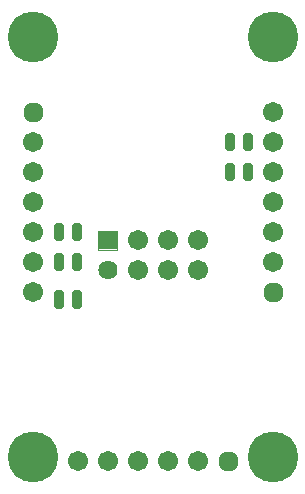
<source format=gbr>
G04 Generated by Ultiboard 13.0 *
%FSLAX25Y25*%
%MOIN*%

%ADD10C,0.00001*%
%ADD11C,0.06734*%
%ADD12R,0.02083X0.02083*%
%ADD13C,0.04317*%
%ADD14C,0.06400*%
%ADD15R,0.06334X0.06334*%
%ADD16C,0.00400*%
%ADD17R,0.01084X0.04168*%
%ADD18C,0.02066*%
%ADD19C,0.16900*%


G04 ColorRGB 9900CC for the following layer *
%LNSolder Mask Bottom*%
%LPD*%
G54D10*
G54D11*
X90000Y125000D03*
X90000Y95000D03*
X90000Y85000D03*
X90000Y75000D03*
X90000Y115000D03*
X90000Y105000D03*
X55000Y72250D03*
X45000Y72250D03*
X65000Y72250D03*
X65000Y82250D03*
X55000Y82250D03*
X45000Y82250D03*
X10000Y65000D03*
X10000Y95000D03*
X10000Y105000D03*
X10000Y115000D03*
X10000Y75000D03*
X10000Y85000D03*
X65000Y8750D03*
X55000Y8750D03*
X35000Y8750D03*
X45000Y8750D03*
X25000Y8750D03*
G54D12*
X90000Y65000D03*
X10000Y125000D03*
X75000Y8750D03*
G54D13*
X88959Y63959D02*
X91041Y63959D01*
X91041Y66041D01*
X88959Y66041D01*
X88959Y63959D01*D02*
X8959Y123959D02*
X11041Y123959D01*
X11041Y126041D01*
X8959Y126041D01*
X8959Y123959D01*D02*
X73959Y7709D02*
X76041Y7709D01*
X76041Y9791D01*
X73959Y9791D01*
X73959Y7709D01*D02*
G54D14*
X35000Y72250D03*
G54D15*
X35000Y82250D03*
G54D16*
X31833Y79083D02*
X38167Y79083D01*
X38167Y85417D01*
X31833Y85417D01*
X31833Y79083D01*D02*
G54D17*
X24750Y85000D03*
X18750Y85000D03*
X18750Y62500D03*
X24750Y62500D03*
X18750Y75000D03*
X24750Y75000D03*
X81750Y105000D03*
X75750Y105000D03*
X81750Y115000D03*
X75750Y115000D03*
G54D18*
X24208Y82916D02*
X25292Y82916D01*
X25292Y87084D01*
X24208Y87084D01*
X24208Y82916D01*D02*
X18208Y82916D02*
X19292Y82916D01*
X19292Y87084D01*
X18208Y87084D01*
X18208Y82916D01*D02*
X18208Y60416D02*
X19292Y60416D01*
X19292Y64584D01*
X18208Y64584D01*
X18208Y60416D01*D02*
X24208Y60416D02*
X25292Y60416D01*
X25292Y64584D01*
X24208Y64584D01*
X24208Y60416D01*D02*
X18208Y72916D02*
X19292Y72916D01*
X19292Y77084D01*
X18208Y77084D01*
X18208Y72916D01*D02*
X24208Y72916D02*
X25292Y72916D01*
X25292Y77084D01*
X24208Y77084D01*
X24208Y72916D01*D02*
X81208Y102916D02*
X82292Y102916D01*
X82292Y107084D01*
X81208Y107084D01*
X81208Y102916D01*D02*
X75208Y102916D02*
X76292Y102916D01*
X76292Y107084D01*
X75208Y107084D01*
X75208Y102916D01*D02*
X81208Y112916D02*
X82292Y112916D01*
X82292Y117084D01*
X81208Y117084D01*
X81208Y112916D01*D02*
X75208Y112916D02*
X76292Y112916D01*
X76292Y117084D01*
X75208Y117084D01*
X75208Y112916D01*D02*
G54D19*
X10000Y10000D03*
X90000Y10000D03*
X90000Y150000D03*
X10000Y150000D03*

M02*

</source>
